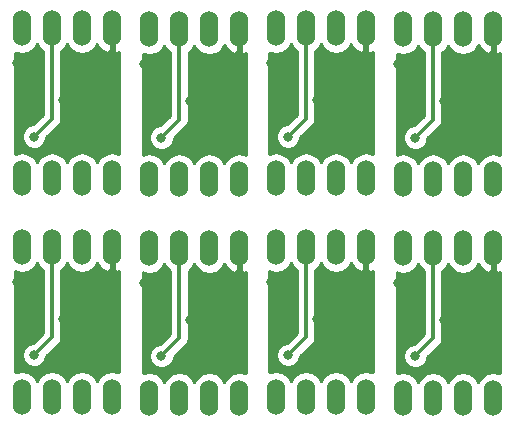
<source format=gtl>
G04 #@! TF.FileFunction,Copper,L1,Top,Signal*
%FSLAX46Y46*%
G04 Gerber Fmt 4.6, Leading zero omitted, Abs format (unit mm)*
G04 Created by KiCad (PCBNEW 4.0.1-stable) date 2017/12/09 22:36:48*
%MOMM*%
G01*
G04 APERTURE LIST*
%ADD10C,0.050000*%
%ADD11O,1.524000X3.048000*%
%ADD12C,0.800000*%
%ADD13C,0.300000*%
%ADD14C,0.254000*%
G04 APERTURE END LIST*
D10*
D11*
X138930000Y-110760000D03*
X141470000Y-110760000D03*
X144010000Y-110760000D03*
X146550000Y-110760000D03*
X146550000Y-98060000D03*
X144010000Y-98060000D03*
X141470000Y-98060000D03*
X138930000Y-98060000D03*
X149698000Y-110850000D03*
X152238000Y-110850000D03*
X154778000Y-110850000D03*
X157318000Y-110850000D03*
X157318000Y-98150000D03*
X154778000Y-98150000D03*
X152238000Y-98150000D03*
X149698000Y-98150000D03*
X160430000Y-110760000D03*
X162970000Y-110760000D03*
X165510000Y-110760000D03*
X168050000Y-110760000D03*
X168050000Y-98060000D03*
X165510000Y-98060000D03*
X162970000Y-98060000D03*
X160430000Y-98060000D03*
X171198000Y-110850000D03*
X173738000Y-110850000D03*
X176278000Y-110850000D03*
X178818000Y-110850000D03*
X178818000Y-98150000D03*
X176278000Y-98150000D03*
X173738000Y-98150000D03*
X171198000Y-98150000D03*
X138930000Y-129260000D03*
X141470000Y-129260000D03*
X144010000Y-129260000D03*
X146550000Y-129260000D03*
X146550000Y-116560000D03*
X144010000Y-116560000D03*
X141470000Y-116560000D03*
X138930000Y-116560000D03*
X149698000Y-129350000D03*
X152238000Y-129350000D03*
X154778000Y-129350000D03*
X157318000Y-129350000D03*
X157318000Y-116650000D03*
X154778000Y-116650000D03*
X152238000Y-116650000D03*
X149698000Y-116650000D03*
X160430000Y-129260000D03*
X162970000Y-129260000D03*
X165510000Y-129260000D03*
X168050000Y-129260000D03*
X168050000Y-116560000D03*
X165510000Y-116560000D03*
X162970000Y-116560000D03*
X160430000Y-116560000D03*
X171198000Y-129350000D03*
X173738000Y-129350000D03*
X176278000Y-129350000D03*
X178818000Y-129350000D03*
X178818000Y-116650000D03*
X176278000Y-116650000D03*
X173738000Y-116650000D03*
X171198000Y-116650000D03*
D12*
X138500000Y-101000000D03*
X146500000Y-101000000D03*
X143500000Y-101000000D03*
X142383300Y-104165900D03*
X149268000Y-101090000D03*
X157268000Y-101090000D03*
X154268000Y-101090000D03*
X153151300Y-104255900D03*
X160000000Y-101000000D03*
X168000000Y-101000000D03*
X165000000Y-101000000D03*
X163883300Y-104165900D03*
X170768000Y-101090000D03*
X178768000Y-101090000D03*
X175768000Y-101090000D03*
X174651300Y-104255900D03*
X138500000Y-119500000D03*
X146500000Y-119500000D03*
X143500000Y-119500000D03*
X142383300Y-122665900D03*
X149268000Y-119590000D03*
X157268000Y-119590000D03*
X154268000Y-119590000D03*
X153151300Y-122755900D03*
X160000000Y-119500000D03*
X168000000Y-119500000D03*
X165000000Y-119500000D03*
X163883300Y-122665900D03*
X170768000Y-119590000D03*
X178768000Y-119590000D03*
X175768000Y-119590000D03*
X174651300Y-122755900D03*
X139951600Y-107222600D03*
X150719600Y-107312600D03*
X161451600Y-107222600D03*
X172219600Y-107312600D03*
X139951600Y-125722600D03*
X150719600Y-125812600D03*
X161451600Y-125722600D03*
X172219600Y-125812600D03*
D13*
X143500000Y-101000000D02*
X146500000Y-101000000D01*
X146550000Y-100950000D02*
X146550000Y-98060000D01*
X146550000Y-100950000D02*
X146500000Y-101000000D01*
X146550000Y-98060000D02*
X146550000Y-99934300D01*
X142383300Y-104101000D02*
X142383300Y-104165900D01*
X146550000Y-99934300D02*
X142383300Y-104101000D01*
X154268000Y-101090000D02*
X157268000Y-101090000D01*
X157318000Y-101040000D02*
X157318000Y-98150000D01*
X157318000Y-101040000D02*
X157268000Y-101090000D01*
X157318000Y-98150000D02*
X157318000Y-100024300D01*
X153151300Y-104191000D02*
X153151300Y-104255900D01*
X157318000Y-100024300D02*
X153151300Y-104191000D01*
X165000000Y-101000000D02*
X168000000Y-101000000D01*
X168050000Y-100950000D02*
X168050000Y-98060000D01*
X168050000Y-100950000D02*
X168000000Y-101000000D01*
X168050000Y-98060000D02*
X168050000Y-99934300D01*
X163883300Y-104101000D02*
X163883300Y-104165900D01*
X168050000Y-99934300D02*
X163883300Y-104101000D01*
X175768000Y-101090000D02*
X178768000Y-101090000D01*
X178818000Y-101040000D02*
X178818000Y-98150000D01*
X178818000Y-101040000D02*
X178768000Y-101090000D01*
X178818000Y-98150000D02*
X178818000Y-100024300D01*
X174651300Y-104191000D02*
X174651300Y-104255900D01*
X178818000Y-100024300D02*
X174651300Y-104191000D01*
X143500000Y-119500000D02*
X146500000Y-119500000D01*
X146550000Y-119450000D02*
X146550000Y-116560000D01*
X146550000Y-119450000D02*
X146500000Y-119500000D01*
X146550000Y-116560000D02*
X146550000Y-118434300D01*
X142383300Y-122601000D02*
X142383300Y-122665900D01*
X146550000Y-118434300D02*
X142383300Y-122601000D01*
X154268000Y-119590000D02*
X157268000Y-119590000D01*
X157318000Y-119540000D02*
X157318000Y-116650000D01*
X157318000Y-119540000D02*
X157268000Y-119590000D01*
X157318000Y-116650000D02*
X157318000Y-118524300D01*
X153151300Y-122691000D02*
X153151300Y-122755900D01*
X157318000Y-118524300D02*
X153151300Y-122691000D01*
X165000000Y-119500000D02*
X168000000Y-119500000D01*
X168050000Y-119450000D02*
X168050000Y-116560000D01*
X168050000Y-119450000D02*
X168000000Y-119500000D01*
X168050000Y-116560000D02*
X168050000Y-118434300D01*
X163883300Y-122601000D02*
X163883300Y-122665900D01*
X168050000Y-118434300D02*
X163883300Y-122601000D01*
X175768000Y-119590000D02*
X178768000Y-119590000D01*
X178818000Y-119540000D02*
X178818000Y-116650000D01*
X178818000Y-119540000D02*
X178768000Y-119590000D01*
X178818000Y-116650000D02*
X178818000Y-118524300D01*
X174651300Y-122691000D02*
X174651300Y-122755900D01*
X178818000Y-118524300D02*
X174651300Y-122691000D01*
X141470000Y-105704200D02*
X139951600Y-107222600D01*
X141470000Y-98060000D02*
X141470000Y-105704200D01*
X152238000Y-105794200D02*
X150719600Y-107312600D01*
X152238000Y-98150000D02*
X152238000Y-105794200D01*
X162970000Y-105704200D02*
X161451600Y-107222600D01*
X162970000Y-98060000D02*
X162970000Y-105704200D01*
X173738000Y-105794200D02*
X172219600Y-107312600D01*
X173738000Y-98150000D02*
X173738000Y-105794200D01*
X141470000Y-124204200D02*
X139951600Y-125722600D01*
X141470000Y-116560000D02*
X141470000Y-124204200D01*
X152238000Y-124294200D02*
X150719600Y-125812600D01*
X152238000Y-116650000D02*
X152238000Y-124294200D01*
X162970000Y-124204200D02*
X161451600Y-125722600D01*
X162970000Y-116560000D02*
X162970000Y-124204200D01*
X173738000Y-124294200D02*
X172219600Y-125812600D01*
X173738000Y-116650000D02*
X173738000Y-124294200D01*
D14*
G36*
X146677000Y-97933000D02*
X146697000Y-97933000D01*
X146697000Y-98187000D01*
X146677000Y-98187000D01*
X146677000Y-100053720D01*
X146893070Y-100176220D01*
X146967277Y-100161260D01*
X147110000Y-100083588D01*
X147110000Y-108682009D01*
X147084609Y-108665043D01*
X146550000Y-108558703D01*
X146015391Y-108665043D01*
X145562172Y-108967875D01*
X145280000Y-109390174D01*
X144997828Y-108967875D01*
X144544609Y-108665043D01*
X144010000Y-108558703D01*
X143475391Y-108665043D01*
X143022172Y-108967875D01*
X142740000Y-109390174D01*
X142457828Y-108967875D01*
X142004609Y-108665043D01*
X141470000Y-108558703D01*
X140935391Y-108665043D01*
X140482172Y-108967875D01*
X140200000Y-109390174D01*
X139917828Y-108967875D01*
X139464609Y-108665043D01*
X138930000Y-108558703D01*
X138395391Y-108665043D01*
X138370000Y-108682009D01*
X138370000Y-100137991D01*
X138395391Y-100154957D01*
X138930000Y-100261297D01*
X139464609Y-100154957D01*
X139917828Y-99852125D01*
X140200000Y-99429826D01*
X140482172Y-99852125D01*
X140685000Y-99987651D01*
X140685000Y-105379042D01*
X139876508Y-106187534D01*
X139746629Y-106187421D01*
X139366085Y-106344658D01*
X139074681Y-106635554D01*
X138916780Y-107015823D01*
X138916421Y-107427571D01*
X139073658Y-107808115D01*
X139364554Y-108099519D01*
X139744823Y-108257420D01*
X140156571Y-108257779D01*
X140537115Y-108100542D01*
X140828519Y-107809646D01*
X140986420Y-107429377D01*
X140986535Y-107297823D01*
X142025079Y-106259279D01*
X142195245Y-106004606D01*
X142255000Y-105704200D01*
X142255000Y-99987651D01*
X142457828Y-99852125D01*
X142740000Y-99429826D01*
X143022172Y-99852125D01*
X143475391Y-100154957D01*
X144010000Y-100261297D01*
X144544609Y-100154957D01*
X144997828Y-99852125D01*
X145290349Y-99414338D01*
X145307941Y-99473941D01*
X145651974Y-99899630D01*
X146132723Y-100161260D01*
X146206930Y-100176220D01*
X146423000Y-100053720D01*
X146423000Y-98187000D01*
X146403000Y-98187000D01*
X146403000Y-97933000D01*
X146423000Y-97933000D01*
X146423000Y-97913000D01*
X146677000Y-97913000D01*
X146677000Y-97933000D01*
X146677000Y-97933000D01*
G37*
X146677000Y-97933000D02*
X146697000Y-97933000D01*
X146697000Y-98187000D01*
X146677000Y-98187000D01*
X146677000Y-100053720D01*
X146893070Y-100176220D01*
X146967277Y-100161260D01*
X147110000Y-100083588D01*
X147110000Y-108682009D01*
X147084609Y-108665043D01*
X146550000Y-108558703D01*
X146015391Y-108665043D01*
X145562172Y-108967875D01*
X145280000Y-109390174D01*
X144997828Y-108967875D01*
X144544609Y-108665043D01*
X144010000Y-108558703D01*
X143475391Y-108665043D01*
X143022172Y-108967875D01*
X142740000Y-109390174D01*
X142457828Y-108967875D01*
X142004609Y-108665043D01*
X141470000Y-108558703D01*
X140935391Y-108665043D01*
X140482172Y-108967875D01*
X140200000Y-109390174D01*
X139917828Y-108967875D01*
X139464609Y-108665043D01*
X138930000Y-108558703D01*
X138395391Y-108665043D01*
X138370000Y-108682009D01*
X138370000Y-100137991D01*
X138395391Y-100154957D01*
X138930000Y-100261297D01*
X139464609Y-100154957D01*
X139917828Y-99852125D01*
X140200000Y-99429826D01*
X140482172Y-99852125D01*
X140685000Y-99987651D01*
X140685000Y-105379042D01*
X139876508Y-106187534D01*
X139746629Y-106187421D01*
X139366085Y-106344658D01*
X139074681Y-106635554D01*
X138916780Y-107015823D01*
X138916421Y-107427571D01*
X139073658Y-107808115D01*
X139364554Y-108099519D01*
X139744823Y-108257420D01*
X140156571Y-108257779D01*
X140537115Y-108100542D01*
X140828519Y-107809646D01*
X140986420Y-107429377D01*
X140986535Y-107297823D01*
X142025079Y-106259279D01*
X142195245Y-106004606D01*
X142255000Y-105704200D01*
X142255000Y-99987651D01*
X142457828Y-99852125D01*
X142740000Y-99429826D01*
X143022172Y-99852125D01*
X143475391Y-100154957D01*
X144010000Y-100261297D01*
X144544609Y-100154957D01*
X144997828Y-99852125D01*
X145290349Y-99414338D01*
X145307941Y-99473941D01*
X145651974Y-99899630D01*
X146132723Y-100161260D01*
X146206930Y-100176220D01*
X146423000Y-100053720D01*
X146423000Y-98187000D01*
X146403000Y-98187000D01*
X146403000Y-97933000D01*
X146423000Y-97933000D01*
X146423000Y-97913000D01*
X146677000Y-97913000D01*
X146677000Y-97933000D01*
G36*
X157445000Y-98023000D02*
X157465000Y-98023000D01*
X157465000Y-98277000D01*
X157445000Y-98277000D01*
X157445000Y-100143720D01*
X157661070Y-100266220D01*
X157735277Y-100251260D01*
X157878000Y-100173588D01*
X157878000Y-108772009D01*
X157852609Y-108755043D01*
X157318000Y-108648703D01*
X156783391Y-108755043D01*
X156330172Y-109057875D01*
X156048000Y-109480174D01*
X155765828Y-109057875D01*
X155312609Y-108755043D01*
X154778000Y-108648703D01*
X154243391Y-108755043D01*
X153790172Y-109057875D01*
X153508000Y-109480174D01*
X153225828Y-109057875D01*
X152772609Y-108755043D01*
X152238000Y-108648703D01*
X151703391Y-108755043D01*
X151250172Y-109057875D01*
X150968000Y-109480174D01*
X150685828Y-109057875D01*
X150232609Y-108755043D01*
X149698000Y-108648703D01*
X149163391Y-108755043D01*
X149138000Y-108772009D01*
X149138000Y-100227991D01*
X149163391Y-100244957D01*
X149698000Y-100351297D01*
X150232609Y-100244957D01*
X150685828Y-99942125D01*
X150968000Y-99519826D01*
X151250172Y-99942125D01*
X151453000Y-100077651D01*
X151453000Y-105469042D01*
X150644508Y-106277534D01*
X150514629Y-106277421D01*
X150134085Y-106434658D01*
X149842681Y-106725554D01*
X149684780Y-107105823D01*
X149684421Y-107517571D01*
X149841658Y-107898115D01*
X150132554Y-108189519D01*
X150512823Y-108347420D01*
X150924571Y-108347779D01*
X151305115Y-108190542D01*
X151596519Y-107899646D01*
X151754420Y-107519377D01*
X151754535Y-107387823D01*
X152793079Y-106349279D01*
X152963245Y-106094606D01*
X153023000Y-105794200D01*
X153023000Y-100077651D01*
X153225828Y-99942125D01*
X153508000Y-99519826D01*
X153790172Y-99942125D01*
X154243391Y-100244957D01*
X154778000Y-100351297D01*
X155312609Y-100244957D01*
X155765828Y-99942125D01*
X156058349Y-99504338D01*
X156075941Y-99563941D01*
X156419974Y-99989630D01*
X156900723Y-100251260D01*
X156974930Y-100266220D01*
X157191000Y-100143720D01*
X157191000Y-98277000D01*
X157171000Y-98277000D01*
X157171000Y-98023000D01*
X157191000Y-98023000D01*
X157191000Y-98003000D01*
X157445000Y-98003000D01*
X157445000Y-98023000D01*
X157445000Y-98023000D01*
G37*
X157445000Y-98023000D02*
X157465000Y-98023000D01*
X157465000Y-98277000D01*
X157445000Y-98277000D01*
X157445000Y-100143720D01*
X157661070Y-100266220D01*
X157735277Y-100251260D01*
X157878000Y-100173588D01*
X157878000Y-108772009D01*
X157852609Y-108755043D01*
X157318000Y-108648703D01*
X156783391Y-108755043D01*
X156330172Y-109057875D01*
X156048000Y-109480174D01*
X155765828Y-109057875D01*
X155312609Y-108755043D01*
X154778000Y-108648703D01*
X154243391Y-108755043D01*
X153790172Y-109057875D01*
X153508000Y-109480174D01*
X153225828Y-109057875D01*
X152772609Y-108755043D01*
X152238000Y-108648703D01*
X151703391Y-108755043D01*
X151250172Y-109057875D01*
X150968000Y-109480174D01*
X150685828Y-109057875D01*
X150232609Y-108755043D01*
X149698000Y-108648703D01*
X149163391Y-108755043D01*
X149138000Y-108772009D01*
X149138000Y-100227991D01*
X149163391Y-100244957D01*
X149698000Y-100351297D01*
X150232609Y-100244957D01*
X150685828Y-99942125D01*
X150968000Y-99519826D01*
X151250172Y-99942125D01*
X151453000Y-100077651D01*
X151453000Y-105469042D01*
X150644508Y-106277534D01*
X150514629Y-106277421D01*
X150134085Y-106434658D01*
X149842681Y-106725554D01*
X149684780Y-107105823D01*
X149684421Y-107517571D01*
X149841658Y-107898115D01*
X150132554Y-108189519D01*
X150512823Y-108347420D01*
X150924571Y-108347779D01*
X151305115Y-108190542D01*
X151596519Y-107899646D01*
X151754420Y-107519377D01*
X151754535Y-107387823D01*
X152793079Y-106349279D01*
X152963245Y-106094606D01*
X153023000Y-105794200D01*
X153023000Y-100077651D01*
X153225828Y-99942125D01*
X153508000Y-99519826D01*
X153790172Y-99942125D01*
X154243391Y-100244957D01*
X154778000Y-100351297D01*
X155312609Y-100244957D01*
X155765828Y-99942125D01*
X156058349Y-99504338D01*
X156075941Y-99563941D01*
X156419974Y-99989630D01*
X156900723Y-100251260D01*
X156974930Y-100266220D01*
X157191000Y-100143720D01*
X157191000Y-98277000D01*
X157171000Y-98277000D01*
X157171000Y-98023000D01*
X157191000Y-98023000D01*
X157191000Y-98003000D01*
X157445000Y-98003000D01*
X157445000Y-98023000D01*
G36*
X168177000Y-97933000D02*
X168197000Y-97933000D01*
X168197000Y-98187000D01*
X168177000Y-98187000D01*
X168177000Y-100053720D01*
X168393070Y-100176220D01*
X168467277Y-100161260D01*
X168610000Y-100083588D01*
X168610000Y-108682009D01*
X168584609Y-108665043D01*
X168050000Y-108558703D01*
X167515391Y-108665043D01*
X167062172Y-108967875D01*
X166780000Y-109390174D01*
X166497828Y-108967875D01*
X166044609Y-108665043D01*
X165510000Y-108558703D01*
X164975391Y-108665043D01*
X164522172Y-108967875D01*
X164240000Y-109390174D01*
X163957828Y-108967875D01*
X163504609Y-108665043D01*
X162970000Y-108558703D01*
X162435391Y-108665043D01*
X161982172Y-108967875D01*
X161700000Y-109390174D01*
X161417828Y-108967875D01*
X160964609Y-108665043D01*
X160430000Y-108558703D01*
X159895391Y-108665043D01*
X159870000Y-108682009D01*
X159870000Y-100137991D01*
X159895391Y-100154957D01*
X160430000Y-100261297D01*
X160964609Y-100154957D01*
X161417828Y-99852125D01*
X161700000Y-99429826D01*
X161982172Y-99852125D01*
X162185000Y-99987651D01*
X162185000Y-105379042D01*
X161376508Y-106187534D01*
X161246629Y-106187421D01*
X160866085Y-106344658D01*
X160574681Y-106635554D01*
X160416780Y-107015823D01*
X160416421Y-107427571D01*
X160573658Y-107808115D01*
X160864554Y-108099519D01*
X161244823Y-108257420D01*
X161656571Y-108257779D01*
X162037115Y-108100542D01*
X162328519Y-107809646D01*
X162486420Y-107429377D01*
X162486535Y-107297823D01*
X163525079Y-106259279D01*
X163695245Y-106004606D01*
X163755000Y-105704200D01*
X163755000Y-99987651D01*
X163957828Y-99852125D01*
X164240000Y-99429826D01*
X164522172Y-99852125D01*
X164975391Y-100154957D01*
X165510000Y-100261297D01*
X166044609Y-100154957D01*
X166497828Y-99852125D01*
X166790349Y-99414338D01*
X166807941Y-99473941D01*
X167151974Y-99899630D01*
X167632723Y-100161260D01*
X167706930Y-100176220D01*
X167923000Y-100053720D01*
X167923000Y-98187000D01*
X167903000Y-98187000D01*
X167903000Y-97933000D01*
X167923000Y-97933000D01*
X167923000Y-97913000D01*
X168177000Y-97913000D01*
X168177000Y-97933000D01*
X168177000Y-97933000D01*
G37*
X168177000Y-97933000D02*
X168197000Y-97933000D01*
X168197000Y-98187000D01*
X168177000Y-98187000D01*
X168177000Y-100053720D01*
X168393070Y-100176220D01*
X168467277Y-100161260D01*
X168610000Y-100083588D01*
X168610000Y-108682009D01*
X168584609Y-108665043D01*
X168050000Y-108558703D01*
X167515391Y-108665043D01*
X167062172Y-108967875D01*
X166780000Y-109390174D01*
X166497828Y-108967875D01*
X166044609Y-108665043D01*
X165510000Y-108558703D01*
X164975391Y-108665043D01*
X164522172Y-108967875D01*
X164240000Y-109390174D01*
X163957828Y-108967875D01*
X163504609Y-108665043D01*
X162970000Y-108558703D01*
X162435391Y-108665043D01*
X161982172Y-108967875D01*
X161700000Y-109390174D01*
X161417828Y-108967875D01*
X160964609Y-108665043D01*
X160430000Y-108558703D01*
X159895391Y-108665043D01*
X159870000Y-108682009D01*
X159870000Y-100137991D01*
X159895391Y-100154957D01*
X160430000Y-100261297D01*
X160964609Y-100154957D01*
X161417828Y-99852125D01*
X161700000Y-99429826D01*
X161982172Y-99852125D01*
X162185000Y-99987651D01*
X162185000Y-105379042D01*
X161376508Y-106187534D01*
X161246629Y-106187421D01*
X160866085Y-106344658D01*
X160574681Y-106635554D01*
X160416780Y-107015823D01*
X160416421Y-107427571D01*
X160573658Y-107808115D01*
X160864554Y-108099519D01*
X161244823Y-108257420D01*
X161656571Y-108257779D01*
X162037115Y-108100542D01*
X162328519Y-107809646D01*
X162486420Y-107429377D01*
X162486535Y-107297823D01*
X163525079Y-106259279D01*
X163695245Y-106004606D01*
X163755000Y-105704200D01*
X163755000Y-99987651D01*
X163957828Y-99852125D01*
X164240000Y-99429826D01*
X164522172Y-99852125D01*
X164975391Y-100154957D01*
X165510000Y-100261297D01*
X166044609Y-100154957D01*
X166497828Y-99852125D01*
X166790349Y-99414338D01*
X166807941Y-99473941D01*
X167151974Y-99899630D01*
X167632723Y-100161260D01*
X167706930Y-100176220D01*
X167923000Y-100053720D01*
X167923000Y-98187000D01*
X167903000Y-98187000D01*
X167903000Y-97933000D01*
X167923000Y-97933000D01*
X167923000Y-97913000D01*
X168177000Y-97913000D01*
X168177000Y-97933000D01*
G36*
X178945000Y-98023000D02*
X178965000Y-98023000D01*
X178965000Y-98277000D01*
X178945000Y-98277000D01*
X178945000Y-100143720D01*
X179161070Y-100266220D01*
X179235277Y-100251260D01*
X179378000Y-100173588D01*
X179378000Y-108772009D01*
X179352609Y-108755043D01*
X178818000Y-108648703D01*
X178283391Y-108755043D01*
X177830172Y-109057875D01*
X177548000Y-109480174D01*
X177265828Y-109057875D01*
X176812609Y-108755043D01*
X176278000Y-108648703D01*
X175743391Y-108755043D01*
X175290172Y-109057875D01*
X175008000Y-109480174D01*
X174725828Y-109057875D01*
X174272609Y-108755043D01*
X173738000Y-108648703D01*
X173203391Y-108755043D01*
X172750172Y-109057875D01*
X172468000Y-109480174D01*
X172185828Y-109057875D01*
X171732609Y-108755043D01*
X171198000Y-108648703D01*
X170663391Y-108755043D01*
X170638000Y-108772009D01*
X170638000Y-100227991D01*
X170663391Y-100244957D01*
X171198000Y-100351297D01*
X171732609Y-100244957D01*
X172185828Y-99942125D01*
X172468000Y-99519826D01*
X172750172Y-99942125D01*
X172953000Y-100077651D01*
X172953000Y-105469042D01*
X172144508Y-106277534D01*
X172014629Y-106277421D01*
X171634085Y-106434658D01*
X171342681Y-106725554D01*
X171184780Y-107105823D01*
X171184421Y-107517571D01*
X171341658Y-107898115D01*
X171632554Y-108189519D01*
X172012823Y-108347420D01*
X172424571Y-108347779D01*
X172805115Y-108190542D01*
X173096519Y-107899646D01*
X173254420Y-107519377D01*
X173254535Y-107387823D01*
X174293079Y-106349279D01*
X174463245Y-106094606D01*
X174523000Y-105794200D01*
X174523000Y-100077651D01*
X174725828Y-99942125D01*
X175008000Y-99519826D01*
X175290172Y-99942125D01*
X175743391Y-100244957D01*
X176278000Y-100351297D01*
X176812609Y-100244957D01*
X177265828Y-99942125D01*
X177558349Y-99504338D01*
X177575941Y-99563941D01*
X177919974Y-99989630D01*
X178400723Y-100251260D01*
X178474930Y-100266220D01*
X178691000Y-100143720D01*
X178691000Y-98277000D01*
X178671000Y-98277000D01*
X178671000Y-98023000D01*
X178691000Y-98023000D01*
X178691000Y-98003000D01*
X178945000Y-98003000D01*
X178945000Y-98023000D01*
X178945000Y-98023000D01*
G37*
X178945000Y-98023000D02*
X178965000Y-98023000D01*
X178965000Y-98277000D01*
X178945000Y-98277000D01*
X178945000Y-100143720D01*
X179161070Y-100266220D01*
X179235277Y-100251260D01*
X179378000Y-100173588D01*
X179378000Y-108772009D01*
X179352609Y-108755043D01*
X178818000Y-108648703D01*
X178283391Y-108755043D01*
X177830172Y-109057875D01*
X177548000Y-109480174D01*
X177265828Y-109057875D01*
X176812609Y-108755043D01*
X176278000Y-108648703D01*
X175743391Y-108755043D01*
X175290172Y-109057875D01*
X175008000Y-109480174D01*
X174725828Y-109057875D01*
X174272609Y-108755043D01*
X173738000Y-108648703D01*
X173203391Y-108755043D01*
X172750172Y-109057875D01*
X172468000Y-109480174D01*
X172185828Y-109057875D01*
X171732609Y-108755043D01*
X171198000Y-108648703D01*
X170663391Y-108755043D01*
X170638000Y-108772009D01*
X170638000Y-100227991D01*
X170663391Y-100244957D01*
X171198000Y-100351297D01*
X171732609Y-100244957D01*
X172185828Y-99942125D01*
X172468000Y-99519826D01*
X172750172Y-99942125D01*
X172953000Y-100077651D01*
X172953000Y-105469042D01*
X172144508Y-106277534D01*
X172014629Y-106277421D01*
X171634085Y-106434658D01*
X171342681Y-106725554D01*
X171184780Y-107105823D01*
X171184421Y-107517571D01*
X171341658Y-107898115D01*
X171632554Y-108189519D01*
X172012823Y-108347420D01*
X172424571Y-108347779D01*
X172805115Y-108190542D01*
X173096519Y-107899646D01*
X173254420Y-107519377D01*
X173254535Y-107387823D01*
X174293079Y-106349279D01*
X174463245Y-106094606D01*
X174523000Y-105794200D01*
X174523000Y-100077651D01*
X174725828Y-99942125D01*
X175008000Y-99519826D01*
X175290172Y-99942125D01*
X175743391Y-100244957D01*
X176278000Y-100351297D01*
X176812609Y-100244957D01*
X177265828Y-99942125D01*
X177558349Y-99504338D01*
X177575941Y-99563941D01*
X177919974Y-99989630D01*
X178400723Y-100251260D01*
X178474930Y-100266220D01*
X178691000Y-100143720D01*
X178691000Y-98277000D01*
X178671000Y-98277000D01*
X178671000Y-98023000D01*
X178691000Y-98023000D01*
X178691000Y-98003000D01*
X178945000Y-98003000D01*
X178945000Y-98023000D01*
G36*
X146677000Y-116433000D02*
X146697000Y-116433000D01*
X146697000Y-116687000D01*
X146677000Y-116687000D01*
X146677000Y-118553720D01*
X146893070Y-118676220D01*
X146967277Y-118661260D01*
X147110000Y-118583588D01*
X147110000Y-127182009D01*
X147084609Y-127165043D01*
X146550000Y-127058703D01*
X146015391Y-127165043D01*
X145562172Y-127467875D01*
X145280000Y-127890174D01*
X144997828Y-127467875D01*
X144544609Y-127165043D01*
X144010000Y-127058703D01*
X143475391Y-127165043D01*
X143022172Y-127467875D01*
X142740000Y-127890174D01*
X142457828Y-127467875D01*
X142004609Y-127165043D01*
X141470000Y-127058703D01*
X140935391Y-127165043D01*
X140482172Y-127467875D01*
X140200000Y-127890174D01*
X139917828Y-127467875D01*
X139464609Y-127165043D01*
X138930000Y-127058703D01*
X138395391Y-127165043D01*
X138370000Y-127182009D01*
X138370000Y-118637991D01*
X138395391Y-118654957D01*
X138930000Y-118761297D01*
X139464609Y-118654957D01*
X139917828Y-118352125D01*
X140200000Y-117929826D01*
X140482172Y-118352125D01*
X140685000Y-118487651D01*
X140685000Y-123879042D01*
X139876508Y-124687534D01*
X139746629Y-124687421D01*
X139366085Y-124844658D01*
X139074681Y-125135554D01*
X138916780Y-125515823D01*
X138916421Y-125927571D01*
X139073658Y-126308115D01*
X139364554Y-126599519D01*
X139744823Y-126757420D01*
X140156571Y-126757779D01*
X140537115Y-126600542D01*
X140828519Y-126309646D01*
X140986420Y-125929377D01*
X140986535Y-125797823D01*
X142025079Y-124759279D01*
X142195245Y-124504606D01*
X142255000Y-124204200D01*
X142255000Y-118487651D01*
X142457828Y-118352125D01*
X142740000Y-117929826D01*
X143022172Y-118352125D01*
X143475391Y-118654957D01*
X144010000Y-118761297D01*
X144544609Y-118654957D01*
X144997828Y-118352125D01*
X145290349Y-117914338D01*
X145307941Y-117973941D01*
X145651974Y-118399630D01*
X146132723Y-118661260D01*
X146206930Y-118676220D01*
X146423000Y-118553720D01*
X146423000Y-116687000D01*
X146403000Y-116687000D01*
X146403000Y-116433000D01*
X146423000Y-116433000D01*
X146423000Y-116413000D01*
X146677000Y-116413000D01*
X146677000Y-116433000D01*
X146677000Y-116433000D01*
G37*
X146677000Y-116433000D02*
X146697000Y-116433000D01*
X146697000Y-116687000D01*
X146677000Y-116687000D01*
X146677000Y-118553720D01*
X146893070Y-118676220D01*
X146967277Y-118661260D01*
X147110000Y-118583588D01*
X147110000Y-127182009D01*
X147084609Y-127165043D01*
X146550000Y-127058703D01*
X146015391Y-127165043D01*
X145562172Y-127467875D01*
X145280000Y-127890174D01*
X144997828Y-127467875D01*
X144544609Y-127165043D01*
X144010000Y-127058703D01*
X143475391Y-127165043D01*
X143022172Y-127467875D01*
X142740000Y-127890174D01*
X142457828Y-127467875D01*
X142004609Y-127165043D01*
X141470000Y-127058703D01*
X140935391Y-127165043D01*
X140482172Y-127467875D01*
X140200000Y-127890174D01*
X139917828Y-127467875D01*
X139464609Y-127165043D01*
X138930000Y-127058703D01*
X138395391Y-127165043D01*
X138370000Y-127182009D01*
X138370000Y-118637991D01*
X138395391Y-118654957D01*
X138930000Y-118761297D01*
X139464609Y-118654957D01*
X139917828Y-118352125D01*
X140200000Y-117929826D01*
X140482172Y-118352125D01*
X140685000Y-118487651D01*
X140685000Y-123879042D01*
X139876508Y-124687534D01*
X139746629Y-124687421D01*
X139366085Y-124844658D01*
X139074681Y-125135554D01*
X138916780Y-125515823D01*
X138916421Y-125927571D01*
X139073658Y-126308115D01*
X139364554Y-126599519D01*
X139744823Y-126757420D01*
X140156571Y-126757779D01*
X140537115Y-126600542D01*
X140828519Y-126309646D01*
X140986420Y-125929377D01*
X140986535Y-125797823D01*
X142025079Y-124759279D01*
X142195245Y-124504606D01*
X142255000Y-124204200D01*
X142255000Y-118487651D01*
X142457828Y-118352125D01*
X142740000Y-117929826D01*
X143022172Y-118352125D01*
X143475391Y-118654957D01*
X144010000Y-118761297D01*
X144544609Y-118654957D01*
X144997828Y-118352125D01*
X145290349Y-117914338D01*
X145307941Y-117973941D01*
X145651974Y-118399630D01*
X146132723Y-118661260D01*
X146206930Y-118676220D01*
X146423000Y-118553720D01*
X146423000Y-116687000D01*
X146403000Y-116687000D01*
X146403000Y-116433000D01*
X146423000Y-116433000D01*
X146423000Y-116413000D01*
X146677000Y-116413000D01*
X146677000Y-116433000D01*
G36*
X157445000Y-116523000D02*
X157465000Y-116523000D01*
X157465000Y-116777000D01*
X157445000Y-116777000D01*
X157445000Y-118643720D01*
X157661070Y-118766220D01*
X157735277Y-118751260D01*
X157878000Y-118673588D01*
X157878000Y-127272009D01*
X157852609Y-127255043D01*
X157318000Y-127148703D01*
X156783391Y-127255043D01*
X156330172Y-127557875D01*
X156048000Y-127980174D01*
X155765828Y-127557875D01*
X155312609Y-127255043D01*
X154778000Y-127148703D01*
X154243391Y-127255043D01*
X153790172Y-127557875D01*
X153508000Y-127980174D01*
X153225828Y-127557875D01*
X152772609Y-127255043D01*
X152238000Y-127148703D01*
X151703391Y-127255043D01*
X151250172Y-127557875D01*
X150968000Y-127980174D01*
X150685828Y-127557875D01*
X150232609Y-127255043D01*
X149698000Y-127148703D01*
X149163391Y-127255043D01*
X149138000Y-127272009D01*
X149138000Y-118727991D01*
X149163391Y-118744957D01*
X149698000Y-118851297D01*
X150232609Y-118744957D01*
X150685828Y-118442125D01*
X150968000Y-118019826D01*
X151250172Y-118442125D01*
X151453000Y-118577651D01*
X151453000Y-123969042D01*
X150644508Y-124777534D01*
X150514629Y-124777421D01*
X150134085Y-124934658D01*
X149842681Y-125225554D01*
X149684780Y-125605823D01*
X149684421Y-126017571D01*
X149841658Y-126398115D01*
X150132554Y-126689519D01*
X150512823Y-126847420D01*
X150924571Y-126847779D01*
X151305115Y-126690542D01*
X151596519Y-126399646D01*
X151754420Y-126019377D01*
X151754535Y-125887823D01*
X152793079Y-124849279D01*
X152963245Y-124594606D01*
X153023000Y-124294200D01*
X153023000Y-118577651D01*
X153225828Y-118442125D01*
X153508000Y-118019826D01*
X153790172Y-118442125D01*
X154243391Y-118744957D01*
X154778000Y-118851297D01*
X155312609Y-118744957D01*
X155765828Y-118442125D01*
X156058349Y-118004338D01*
X156075941Y-118063941D01*
X156419974Y-118489630D01*
X156900723Y-118751260D01*
X156974930Y-118766220D01*
X157191000Y-118643720D01*
X157191000Y-116777000D01*
X157171000Y-116777000D01*
X157171000Y-116523000D01*
X157191000Y-116523000D01*
X157191000Y-116503000D01*
X157445000Y-116503000D01*
X157445000Y-116523000D01*
X157445000Y-116523000D01*
G37*
X157445000Y-116523000D02*
X157465000Y-116523000D01*
X157465000Y-116777000D01*
X157445000Y-116777000D01*
X157445000Y-118643720D01*
X157661070Y-118766220D01*
X157735277Y-118751260D01*
X157878000Y-118673588D01*
X157878000Y-127272009D01*
X157852609Y-127255043D01*
X157318000Y-127148703D01*
X156783391Y-127255043D01*
X156330172Y-127557875D01*
X156048000Y-127980174D01*
X155765828Y-127557875D01*
X155312609Y-127255043D01*
X154778000Y-127148703D01*
X154243391Y-127255043D01*
X153790172Y-127557875D01*
X153508000Y-127980174D01*
X153225828Y-127557875D01*
X152772609Y-127255043D01*
X152238000Y-127148703D01*
X151703391Y-127255043D01*
X151250172Y-127557875D01*
X150968000Y-127980174D01*
X150685828Y-127557875D01*
X150232609Y-127255043D01*
X149698000Y-127148703D01*
X149163391Y-127255043D01*
X149138000Y-127272009D01*
X149138000Y-118727991D01*
X149163391Y-118744957D01*
X149698000Y-118851297D01*
X150232609Y-118744957D01*
X150685828Y-118442125D01*
X150968000Y-118019826D01*
X151250172Y-118442125D01*
X151453000Y-118577651D01*
X151453000Y-123969042D01*
X150644508Y-124777534D01*
X150514629Y-124777421D01*
X150134085Y-124934658D01*
X149842681Y-125225554D01*
X149684780Y-125605823D01*
X149684421Y-126017571D01*
X149841658Y-126398115D01*
X150132554Y-126689519D01*
X150512823Y-126847420D01*
X150924571Y-126847779D01*
X151305115Y-126690542D01*
X151596519Y-126399646D01*
X151754420Y-126019377D01*
X151754535Y-125887823D01*
X152793079Y-124849279D01*
X152963245Y-124594606D01*
X153023000Y-124294200D01*
X153023000Y-118577651D01*
X153225828Y-118442125D01*
X153508000Y-118019826D01*
X153790172Y-118442125D01*
X154243391Y-118744957D01*
X154778000Y-118851297D01*
X155312609Y-118744957D01*
X155765828Y-118442125D01*
X156058349Y-118004338D01*
X156075941Y-118063941D01*
X156419974Y-118489630D01*
X156900723Y-118751260D01*
X156974930Y-118766220D01*
X157191000Y-118643720D01*
X157191000Y-116777000D01*
X157171000Y-116777000D01*
X157171000Y-116523000D01*
X157191000Y-116523000D01*
X157191000Y-116503000D01*
X157445000Y-116503000D01*
X157445000Y-116523000D01*
G36*
X168177000Y-116433000D02*
X168197000Y-116433000D01*
X168197000Y-116687000D01*
X168177000Y-116687000D01*
X168177000Y-118553720D01*
X168393070Y-118676220D01*
X168467277Y-118661260D01*
X168610000Y-118583588D01*
X168610000Y-127182009D01*
X168584609Y-127165043D01*
X168050000Y-127058703D01*
X167515391Y-127165043D01*
X167062172Y-127467875D01*
X166780000Y-127890174D01*
X166497828Y-127467875D01*
X166044609Y-127165043D01*
X165510000Y-127058703D01*
X164975391Y-127165043D01*
X164522172Y-127467875D01*
X164240000Y-127890174D01*
X163957828Y-127467875D01*
X163504609Y-127165043D01*
X162970000Y-127058703D01*
X162435391Y-127165043D01*
X161982172Y-127467875D01*
X161700000Y-127890174D01*
X161417828Y-127467875D01*
X160964609Y-127165043D01*
X160430000Y-127058703D01*
X159895391Y-127165043D01*
X159870000Y-127182009D01*
X159870000Y-118637991D01*
X159895391Y-118654957D01*
X160430000Y-118761297D01*
X160964609Y-118654957D01*
X161417828Y-118352125D01*
X161700000Y-117929826D01*
X161982172Y-118352125D01*
X162185000Y-118487651D01*
X162185000Y-123879042D01*
X161376508Y-124687534D01*
X161246629Y-124687421D01*
X160866085Y-124844658D01*
X160574681Y-125135554D01*
X160416780Y-125515823D01*
X160416421Y-125927571D01*
X160573658Y-126308115D01*
X160864554Y-126599519D01*
X161244823Y-126757420D01*
X161656571Y-126757779D01*
X162037115Y-126600542D01*
X162328519Y-126309646D01*
X162486420Y-125929377D01*
X162486535Y-125797823D01*
X163525079Y-124759279D01*
X163695245Y-124504606D01*
X163755000Y-124204200D01*
X163755000Y-118487651D01*
X163957828Y-118352125D01*
X164240000Y-117929826D01*
X164522172Y-118352125D01*
X164975391Y-118654957D01*
X165510000Y-118761297D01*
X166044609Y-118654957D01*
X166497828Y-118352125D01*
X166790349Y-117914338D01*
X166807941Y-117973941D01*
X167151974Y-118399630D01*
X167632723Y-118661260D01*
X167706930Y-118676220D01*
X167923000Y-118553720D01*
X167923000Y-116687000D01*
X167903000Y-116687000D01*
X167903000Y-116433000D01*
X167923000Y-116433000D01*
X167923000Y-116413000D01*
X168177000Y-116413000D01*
X168177000Y-116433000D01*
X168177000Y-116433000D01*
G37*
X168177000Y-116433000D02*
X168197000Y-116433000D01*
X168197000Y-116687000D01*
X168177000Y-116687000D01*
X168177000Y-118553720D01*
X168393070Y-118676220D01*
X168467277Y-118661260D01*
X168610000Y-118583588D01*
X168610000Y-127182009D01*
X168584609Y-127165043D01*
X168050000Y-127058703D01*
X167515391Y-127165043D01*
X167062172Y-127467875D01*
X166780000Y-127890174D01*
X166497828Y-127467875D01*
X166044609Y-127165043D01*
X165510000Y-127058703D01*
X164975391Y-127165043D01*
X164522172Y-127467875D01*
X164240000Y-127890174D01*
X163957828Y-127467875D01*
X163504609Y-127165043D01*
X162970000Y-127058703D01*
X162435391Y-127165043D01*
X161982172Y-127467875D01*
X161700000Y-127890174D01*
X161417828Y-127467875D01*
X160964609Y-127165043D01*
X160430000Y-127058703D01*
X159895391Y-127165043D01*
X159870000Y-127182009D01*
X159870000Y-118637991D01*
X159895391Y-118654957D01*
X160430000Y-118761297D01*
X160964609Y-118654957D01*
X161417828Y-118352125D01*
X161700000Y-117929826D01*
X161982172Y-118352125D01*
X162185000Y-118487651D01*
X162185000Y-123879042D01*
X161376508Y-124687534D01*
X161246629Y-124687421D01*
X160866085Y-124844658D01*
X160574681Y-125135554D01*
X160416780Y-125515823D01*
X160416421Y-125927571D01*
X160573658Y-126308115D01*
X160864554Y-126599519D01*
X161244823Y-126757420D01*
X161656571Y-126757779D01*
X162037115Y-126600542D01*
X162328519Y-126309646D01*
X162486420Y-125929377D01*
X162486535Y-125797823D01*
X163525079Y-124759279D01*
X163695245Y-124504606D01*
X163755000Y-124204200D01*
X163755000Y-118487651D01*
X163957828Y-118352125D01*
X164240000Y-117929826D01*
X164522172Y-118352125D01*
X164975391Y-118654957D01*
X165510000Y-118761297D01*
X166044609Y-118654957D01*
X166497828Y-118352125D01*
X166790349Y-117914338D01*
X166807941Y-117973941D01*
X167151974Y-118399630D01*
X167632723Y-118661260D01*
X167706930Y-118676220D01*
X167923000Y-118553720D01*
X167923000Y-116687000D01*
X167903000Y-116687000D01*
X167903000Y-116433000D01*
X167923000Y-116433000D01*
X167923000Y-116413000D01*
X168177000Y-116413000D01*
X168177000Y-116433000D01*
G36*
X178945000Y-116523000D02*
X178965000Y-116523000D01*
X178965000Y-116777000D01*
X178945000Y-116777000D01*
X178945000Y-118643720D01*
X179161070Y-118766220D01*
X179235277Y-118751260D01*
X179378000Y-118673588D01*
X179378000Y-127272009D01*
X179352609Y-127255043D01*
X178818000Y-127148703D01*
X178283391Y-127255043D01*
X177830172Y-127557875D01*
X177548000Y-127980174D01*
X177265828Y-127557875D01*
X176812609Y-127255043D01*
X176278000Y-127148703D01*
X175743391Y-127255043D01*
X175290172Y-127557875D01*
X175008000Y-127980174D01*
X174725828Y-127557875D01*
X174272609Y-127255043D01*
X173738000Y-127148703D01*
X173203391Y-127255043D01*
X172750172Y-127557875D01*
X172468000Y-127980174D01*
X172185828Y-127557875D01*
X171732609Y-127255043D01*
X171198000Y-127148703D01*
X170663391Y-127255043D01*
X170638000Y-127272009D01*
X170638000Y-118727991D01*
X170663391Y-118744957D01*
X171198000Y-118851297D01*
X171732609Y-118744957D01*
X172185828Y-118442125D01*
X172468000Y-118019826D01*
X172750172Y-118442125D01*
X172953000Y-118577651D01*
X172953000Y-123969042D01*
X172144508Y-124777534D01*
X172014629Y-124777421D01*
X171634085Y-124934658D01*
X171342681Y-125225554D01*
X171184780Y-125605823D01*
X171184421Y-126017571D01*
X171341658Y-126398115D01*
X171632554Y-126689519D01*
X172012823Y-126847420D01*
X172424571Y-126847779D01*
X172805115Y-126690542D01*
X173096519Y-126399646D01*
X173254420Y-126019377D01*
X173254535Y-125887823D01*
X174293079Y-124849279D01*
X174463245Y-124594606D01*
X174523000Y-124294200D01*
X174523000Y-118577651D01*
X174725828Y-118442125D01*
X175008000Y-118019826D01*
X175290172Y-118442125D01*
X175743391Y-118744957D01*
X176278000Y-118851297D01*
X176812609Y-118744957D01*
X177265828Y-118442125D01*
X177558349Y-118004338D01*
X177575941Y-118063941D01*
X177919974Y-118489630D01*
X178400723Y-118751260D01*
X178474930Y-118766220D01*
X178691000Y-118643720D01*
X178691000Y-116777000D01*
X178671000Y-116777000D01*
X178671000Y-116523000D01*
X178691000Y-116523000D01*
X178691000Y-116503000D01*
X178945000Y-116503000D01*
X178945000Y-116523000D01*
X178945000Y-116523000D01*
G37*
X178945000Y-116523000D02*
X178965000Y-116523000D01*
X178965000Y-116777000D01*
X178945000Y-116777000D01*
X178945000Y-118643720D01*
X179161070Y-118766220D01*
X179235277Y-118751260D01*
X179378000Y-118673588D01*
X179378000Y-127272009D01*
X179352609Y-127255043D01*
X178818000Y-127148703D01*
X178283391Y-127255043D01*
X177830172Y-127557875D01*
X177548000Y-127980174D01*
X177265828Y-127557875D01*
X176812609Y-127255043D01*
X176278000Y-127148703D01*
X175743391Y-127255043D01*
X175290172Y-127557875D01*
X175008000Y-127980174D01*
X174725828Y-127557875D01*
X174272609Y-127255043D01*
X173738000Y-127148703D01*
X173203391Y-127255043D01*
X172750172Y-127557875D01*
X172468000Y-127980174D01*
X172185828Y-127557875D01*
X171732609Y-127255043D01*
X171198000Y-127148703D01*
X170663391Y-127255043D01*
X170638000Y-127272009D01*
X170638000Y-118727991D01*
X170663391Y-118744957D01*
X171198000Y-118851297D01*
X171732609Y-118744957D01*
X172185828Y-118442125D01*
X172468000Y-118019826D01*
X172750172Y-118442125D01*
X172953000Y-118577651D01*
X172953000Y-123969042D01*
X172144508Y-124777534D01*
X172014629Y-124777421D01*
X171634085Y-124934658D01*
X171342681Y-125225554D01*
X171184780Y-125605823D01*
X171184421Y-126017571D01*
X171341658Y-126398115D01*
X171632554Y-126689519D01*
X172012823Y-126847420D01*
X172424571Y-126847779D01*
X172805115Y-126690542D01*
X173096519Y-126399646D01*
X173254420Y-126019377D01*
X173254535Y-125887823D01*
X174293079Y-124849279D01*
X174463245Y-124594606D01*
X174523000Y-124294200D01*
X174523000Y-118577651D01*
X174725828Y-118442125D01*
X175008000Y-118019826D01*
X175290172Y-118442125D01*
X175743391Y-118744957D01*
X176278000Y-118851297D01*
X176812609Y-118744957D01*
X177265828Y-118442125D01*
X177558349Y-118004338D01*
X177575941Y-118063941D01*
X177919974Y-118489630D01*
X178400723Y-118751260D01*
X178474930Y-118766220D01*
X178691000Y-118643720D01*
X178691000Y-116777000D01*
X178671000Y-116777000D01*
X178671000Y-116523000D01*
X178691000Y-116523000D01*
X178691000Y-116503000D01*
X178945000Y-116503000D01*
X178945000Y-116523000D01*
M02*

</source>
